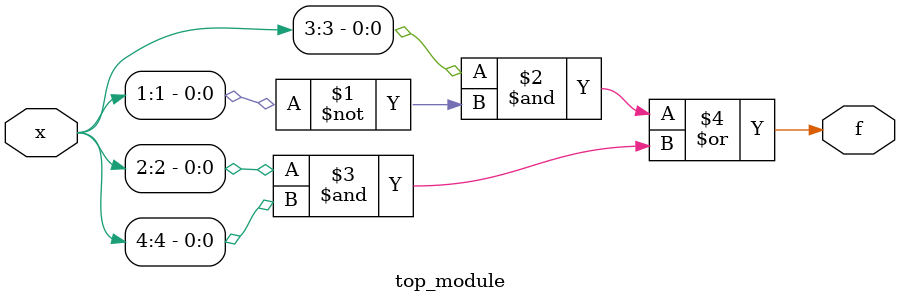
<source format=v>
module top_module (
    input [4:1] x, 
    output f );

    
    assign f =( x[3]& ~x[1] )| (x[2] &x[4]);
endmodule

</source>
